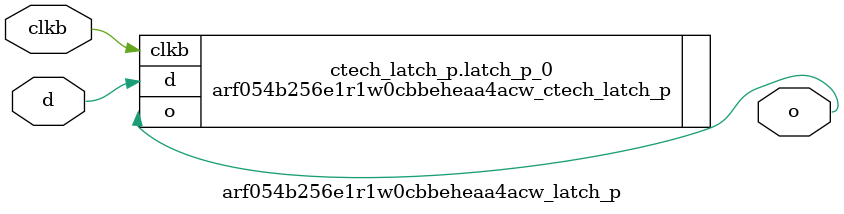
<source format=sv>

`ifndef ARF054B256E1R1W0CBBEHEAA4ACW_LATCH_P_SV
`define ARF054B256E1R1W0CBBEHEAA4ACW_LATCH_P_SV

module arf054b256e1r1w0cbbeheaa4acw_latch_p #
(
  parameter CTECH = 1
)
(
  output logic o,
  input  logic d,
  input  logic clkb
);

  if (CTECH == 1) begin: ctech_latch_p
    arf054b256e1r1w0cbbeheaa4acw_ctech_latch_p latch_p_0 (.o(o),.d(d),.clkb(clkb));
  end
  else begin
    always_latch begin
      if (~clkb) begin
        o <= d;
      end
    end
  end

endmodule // arf054b256e1r1w0cbbeheaa4acw_latch_p

`endif // ARF054B256E1R1W0CBBEHEAA4ACW_LATCH_P_SV
</source>
